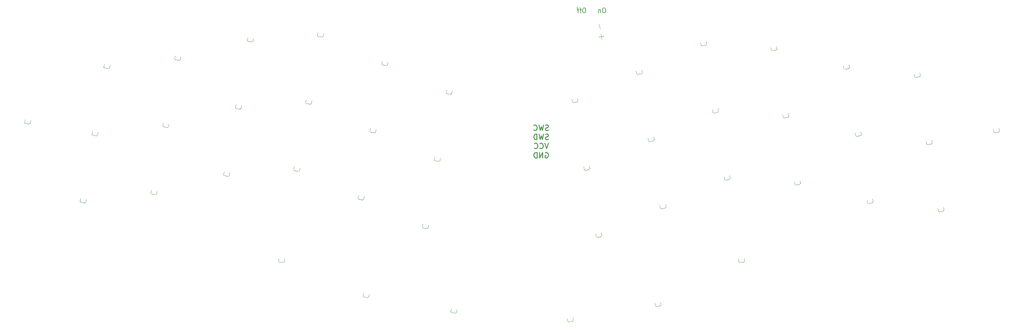
<source format=gbr>
%TF.GenerationSoftware,KiCad,Pcbnew,(6.0.2)*%
%TF.CreationDate,2022-04-05T05:22:49+08:00*%
%TF.ProjectId,TK44,544b3434-2e6b-4696-9361-645f70636258,rev?*%
%TF.SameCoordinates,Original*%
%TF.FileFunction,Legend,Bot*%
%TF.FilePolarity,Positive*%
%FSLAX46Y46*%
G04 Gerber Fmt 4.6, Leading zero omitted, Abs format (unit mm)*
G04 Created by KiCad (PCBNEW (6.0.2)) date 2022-04-05 05:22:49*
%MOMM*%
%LPD*%
G01*
G04 APERTURE LIST*
%ADD10C,0.250000*%
%ADD11C,0.200000*%
%ADD12C,0.120000*%
G04 APERTURE END LIST*
D10*
X210915714Y-153827142D02*
X210701428Y-153898571D01*
X210344285Y-153898571D01*
X210201428Y-153827142D01*
X210130000Y-153755714D01*
X210058571Y-153612857D01*
X210058571Y-153470000D01*
X210130000Y-153327142D01*
X210201428Y-153255714D01*
X210344285Y-153184285D01*
X210630000Y-153112857D01*
X210772857Y-153041428D01*
X210844285Y-152970000D01*
X210915714Y-152827142D01*
X210915714Y-152684285D01*
X210844285Y-152541428D01*
X210772857Y-152470000D01*
X210630000Y-152398571D01*
X210272857Y-152398571D01*
X210058571Y-152470000D01*
X209558571Y-152398571D02*
X209201428Y-153898571D01*
X208915714Y-152827142D01*
X208630000Y-153898571D01*
X208272857Y-152398571D01*
X207701428Y-153898571D02*
X207701428Y-152398571D01*
X207344285Y-152398571D01*
X207130000Y-152470000D01*
X206987142Y-152612857D01*
X206915714Y-152755714D01*
X206844285Y-153041428D01*
X206844285Y-153255714D01*
X206915714Y-153541428D01*
X206987142Y-153684285D01*
X207130000Y-153827142D01*
X207344285Y-153898571D01*
X207701428Y-153898571D01*
X210022857Y-157600000D02*
X210165714Y-157528571D01*
X210380000Y-157528571D01*
X210594285Y-157600000D01*
X210737142Y-157742857D01*
X210808571Y-157885714D01*
X210880000Y-158171428D01*
X210880000Y-158385714D01*
X210808571Y-158671428D01*
X210737142Y-158814285D01*
X210594285Y-158957142D01*
X210380000Y-159028571D01*
X210237142Y-159028571D01*
X210022857Y-158957142D01*
X209951428Y-158885714D01*
X209951428Y-158385714D01*
X210237142Y-158385714D01*
X209308571Y-159028571D02*
X209308571Y-157528571D01*
X208451428Y-159028571D01*
X208451428Y-157528571D01*
X207737142Y-159028571D02*
X207737142Y-157528571D01*
X207380000Y-157528571D01*
X207165714Y-157600000D01*
X207022857Y-157742857D01*
X206951428Y-157885714D01*
X206880000Y-158171428D01*
X206880000Y-158385714D01*
X206951428Y-158671428D01*
X207022857Y-158814285D01*
X207165714Y-158957142D01*
X207380000Y-159028571D01*
X207737142Y-159028571D01*
X210915714Y-151287142D02*
X210701428Y-151358571D01*
X210344285Y-151358571D01*
X210201428Y-151287142D01*
X210130000Y-151215714D01*
X210058571Y-151072857D01*
X210058571Y-150930000D01*
X210130000Y-150787142D01*
X210201428Y-150715714D01*
X210344285Y-150644285D01*
X210630000Y-150572857D01*
X210772857Y-150501428D01*
X210844285Y-150430000D01*
X210915714Y-150287142D01*
X210915714Y-150144285D01*
X210844285Y-150001428D01*
X210772857Y-149930000D01*
X210630000Y-149858571D01*
X210272857Y-149858571D01*
X210058571Y-149930000D01*
X209558571Y-149858571D02*
X209201428Y-151358571D01*
X208915714Y-150287142D01*
X208630000Y-151358571D01*
X208272857Y-149858571D01*
X206844285Y-151215714D02*
X206915714Y-151287142D01*
X207130000Y-151358571D01*
X207272857Y-151358571D01*
X207487142Y-151287142D01*
X207630000Y-151144285D01*
X207701428Y-151001428D01*
X207772857Y-150715714D01*
X207772857Y-150501428D01*
X207701428Y-150215714D01*
X207630000Y-150072857D01*
X207487142Y-149930000D01*
X207272857Y-149858571D01*
X207130000Y-149858571D01*
X206915714Y-149930000D01*
X206844285Y-150001428D01*
X210880000Y-154938571D02*
X210380000Y-156438571D01*
X209880000Y-154938571D01*
X208522857Y-156295714D02*
X208594285Y-156367142D01*
X208808571Y-156438571D01*
X208951428Y-156438571D01*
X209165714Y-156367142D01*
X209308571Y-156224285D01*
X209380000Y-156081428D01*
X209451428Y-155795714D01*
X209451428Y-155581428D01*
X209380000Y-155295714D01*
X209308571Y-155152857D01*
X209165714Y-155010000D01*
X208951428Y-154938571D01*
X208808571Y-154938571D01*
X208594285Y-155010000D01*
X208522857Y-155081428D01*
X207022857Y-156295714D02*
X207094285Y-156367142D01*
X207308571Y-156438571D01*
X207451428Y-156438571D01*
X207665714Y-156367142D01*
X207808571Y-156224285D01*
X207880000Y-156081428D01*
X207951428Y-155795714D01*
X207951428Y-155581428D01*
X207880000Y-155295714D01*
X207808571Y-155152857D01*
X207665714Y-155010000D01*
X207451428Y-154938571D01*
X207308571Y-154938571D01*
X207094285Y-155010000D01*
X207022857Y-155081428D01*
D11*
%TO.C,SW45*%
X221046666Y-117188095D02*
X220799047Y-117188095D01*
X220675238Y-117250000D01*
X220551428Y-117373809D01*
X220489523Y-117621428D01*
X220489523Y-118054761D01*
X220551428Y-118302380D01*
X220675238Y-118426190D01*
X220799047Y-118488095D01*
X221046666Y-118488095D01*
X221170476Y-118426190D01*
X221294285Y-118302380D01*
X221356190Y-118054761D01*
X221356190Y-117621428D01*
X221294285Y-117373809D01*
X221170476Y-117250000D01*
X221046666Y-117188095D01*
X220118095Y-117621428D02*
X219622857Y-117621428D01*
X219932380Y-118488095D02*
X219932380Y-117373809D01*
X219870476Y-117250000D01*
X219746666Y-117188095D01*
X219622857Y-117188095D01*
X219375238Y-117621428D02*
X218880000Y-117621428D01*
X219189523Y-118488095D02*
X219189523Y-117373809D01*
X219127619Y-117250000D01*
X219003809Y-117188095D01*
X218880000Y-117188095D01*
X226591904Y-117188095D02*
X226344285Y-117188095D01*
X226220476Y-117250000D01*
X226096666Y-117373809D01*
X226034761Y-117621428D01*
X226034761Y-118054761D01*
X226096666Y-118302380D01*
X226220476Y-118426190D01*
X226344285Y-118488095D01*
X226591904Y-118488095D01*
X226715714Y-118426190D01*
X226839523Y-118302380D01*
X226901428Y-118054761D01*
X226901428Y-117621428D01*
X226839523Y-117373809D01*
X226715714Y-117250000D01*
X226591904Y-117188095D01*
X225477619Y-117621428D02*
X225477619Y-118488095D01*
X225477619Y-117745238D02*
X225415714Y-117683333D01*
X225291904Y-117621428D01*
X225106190Y-117621428D01*
X224982380Y-117683333D01*
X224920476Y-117807142D01*
X224920476Y-118488095D01*
D12*
%TO.C,D5*%
X166022562Y-133063835D02*
X166157313Y-132299624D01*
X165728314Y-133269870D02*
X164652904Y-133080246D01*
X164446870Y-132785998D02*
X164581621Y-132021787D01*
X164446870Y-132785998D02*
G75*
G03*
X164652904Y-133080246I250141J-44107D01*
G01*
X165728314Y-133269870D02*
G75*
G03*
X166022562Y-133063835I44107J250141D01*
G01*
%TO.C,D25*%
X80306870Y-171145998D02*
X80441621Y-170381787D01*
X81588314Y-171629870D02*
X80512904Y-171440246D01*
X81882562Y-171423835D02*
X82017313Y-170659624D01*
X80306870Y-171145998D02*
G75*
G03*
X80512904Y-171440246I250141J-44107D01*
G01*
X81588314Y-171629870D02*
G75*
G03*
X81882562Y-171423835I44107J250141D01*
G01*
%TO.C,D32*%
X242147438Y-173043835D02*
X242012687Y-172279624D01*
X243517096Y-173060246D02*
X242441686Y-173249870D01*
X243723130Y-172765998D02*
X243588379Y-172001787D01*
X243517096Y-173060246D02*
G75*
G03*
X243723130Y-172765998I-44107J250141D01*
G01*
X242147438Y-173043835D02*
G75*
G03*
X242441686Y-173249870I250141J44106D01*
G01*
%TO.C,D7*%
X218947896Y-143396746D02*
X217872486Y-143586370D01*
X217578238Y-143380335D02*
X217443487Y-142616124D01*
X219153930Y-143102498D02*
X219019179Y-142338287D01*
X217578238Y-143380335D02*
G75*
G03*
X217872486Y-143586370I250141J44106D01*
G01*
X218947896Y-143396746D02*
G75*
G03*
X219153930Y-143102498I-44107J250141D01*
G01*
%TO.C,D28*%
X141178314Y-162799870D02*
X140102904Y-162610246D01*
X141472562Y-162593835D02*
X141607313Y-161829624D01*
X139896870Y-162315998D02*
X140031621Y-161551787D01*
X139896870Y-162315998D02*
G75*
G03*
X140102904Y-162610246I250141J-44107D01*
G01*
X141178314Y-162799870D02*
G75*
G03*
X141472562Y-162593835I44107J250141D01*
G01*
%TO.C,D21*%
X258343130Y-146015998D02*
X258208379Y-145251787D01*
X258137096Y-146310246D02*
X257061686Y-146499870D01*
X256767438Y-146293835D02*
X256632687Y-145529624D01*
X256767438Y-146293835D02*
G75*
G03*
X257061686Y-146499870I250141J44106D01*
G01*
X258137096Y-146310246D02*
G75*
G03*
X258343130Y-146015998I-44107J250141D01*
G01*
%TO.C,D8*%
X237103130Y-135245998D02*
X236968379Y-134481787D01*
X236897096Y-135540246D02*
X235821686Y-135729870D01*
X235527438Y-135523835D02*
X235392687Y-134759624D01*
X236897096Y-135540246D02*
G75*
G03*
X237103130Y-135245998I-44107J250141D01*
G01*
X235527438Y-135523835D02*
G75*
G03*
X235821686Y-135729870I250141J44106D01*
G01*
%TO.C,D6*%
X183952562Y-141063835D02*
X184087313Y-140299624D01*
X182376870Y-140785998D02*
X182511621Y-140021787D01*
X183658314Y-141269870D02*
X182582904Y-141080246D01*
X183658314Y-141269870D02*
G75*
G03*
X183952562Y-141063835I44107J250141D01*
G01*
X182376870Y-140785998D02*
G75*
G03*
X182582904Y-141080246I250141J-44107D01*
G01*
%TO.C,D14*%
X103366870Y-150065998D02*
X103501621Y-149301787D01*
X104942562Y-150343835D02*
X105077313Y-149579624D01*
X104648314Y-150549870D02*
X103572904Y-150360246D01*
X103366870Y-150065998D02*
G75*
G03*
X103572904Y-150360246I250141J-44107D01*
G01*
X104648314Y-150549870D02*
G75*
G03*
X104942562Y-150343835I44107J250141D01*
G01*
%TO.C,D4*%
X147788314Y-125279870D02*
X146712904Y-125090246D01*
X146506870Y-124795998D02*
X146641621Y-124031787D01*
X148082562Y-125073835D02*
X148217313Y-124309624D01*
X147788314Y-125279870D02*
G75*
G03*
X148082562Y-125073835I44107J250141D01*
G01*
X146506870Y-124795998D02*
G75*
G03*
X146712904Y-125090246I250141J-44107D01*
G01*
%TO.C,D23*%
X296607438Y-152803835D02*
X296472687Y-152039624D01*
X298183130Y-152525998D02*
X298048379Y-151761787D01*
X297977096Y-152820246D02*
X296901686Y-153009870D01*
X296607438Y-152803835D02*
G75*
G03*
X296901686Y-153009870I250141J44106D01*
G01*
X297977096Y-152820246D02*
G75*
G03*
X298183130Y-152525998I-44107J250141D01*
G01*
%TO.C,D37*%
X64856870Y-149075998D02*
X64991621Y-148311787D01*
X66432562Y-149353835D02*
X66567313Y-148589624D01*
X66138314Y-149559870D02*
X65062904Y-149370246D01*
X64856870Y-149075998D02*
G75*
G03*
X65062904Y-149370246I250141J-44107D01*
G01*
X66138314Y-149559870D02*
G75*
G03*
X66432562Y-149353835I44107J250141D01*
G01*
%TO.C,D18*%
X180642562Y-159823835D02*
X180777313Y-159059624D01*
X179066870Y-159545998D02*
X179201621Y-158781787D01*
X180348314Y-160029870D02*
X179272904Y-159840246D01*
X179066870Y-159545998D02*
G75*
G03*
X179272904Y-159840246I250141J-44107D01*
G01*
X180348314Y-160029870D02*
G75*
G03*
X180642562Y-159823835I44107J250141D01*
G01*
%TO.C,D3*%
X126926870Y-126165998D02*
X127061621Y-125401787D01*
X128502562Y-126443835D02*
X128637313Y-125679624D01*
X128208314Y-126649870D02*
X127132904Y-126460246D01*
X126926870Y-126165998D02*
G75*
G03*
X127132904Y-126460246I250141J-44107D01*
G01*
X128208314Y-126649870D02*
G75*
G03*
X128502562Y-126443835I44107J250141D01*
G01*
%TO.C,D43*%
X265570000Y-187956000D02*
X265570000Y-187180000D01*
X263970000Y-187956000D02*
X263970000Y-187180000D01*
X265316000Y-188210000D02*
X264224000Y-188210000D01*
X265316000Y-188210000D02*
G75*
G03*
X265570000Y-187956000I0J254000D01*
G01*
X263970000Y-187956000D02*
G75*
G03*
X264224000Y-188210000I254000J0D01*
G01*
%TO.C,D2*%
X106676870Y-131305998D02*
X106811621Y-130541787D01*
X108252562Y-131583835D02*
X108387313Y-130819624D01*
X107958314Y-131789870D02*
X106882904Y-131600246D01*
X107958314Y-131789870D02*
G75*
G03*
X108252562Y-131583835I44107J250141D01*
G01*
X106676870Y-131305998D02*
G75*
G03*
X106882904Y-131600246I250141J-44107D01*
G01*
%TO.C,D12*%
X314427096Y-136380246D02*
X313351686Y-136569870D01*
X313057438Y-136363835D02*
X312922687Y-135599624D01*
X314633130Y-136085998D02*
X314498379Y-135321787D01*
X314427096Y-136380246D02*
G75*
G03*
X314633130Y-136085998I-44107J250141D01*
G01*
X313057438Y-136363835D02*
G75*
G03*
X313351686Y-136569870I250141J44106D01*
G01*
%TO.C,D38*%
X135760000Y-187956000D02*
X135760000Y-187180000D01*
X137106000Y-188210000D02*
X136014000Y-188210000D01*
X137360000Y-187956000D02*
X137360000Y-187180000D01*
X135760000Y-187956000D02*
G75*
G03*
X136014000Y-188210000I254000J0D01*
G01*
X137106000Y-188210000D02*
G75*
G03*
X137360000Y-187956000I0J254000D01*
G01*
%TO.C,D22*%
X276367438Y-147673835D02*
X276232687Y-146909624D01*
X277737096Y-147690246D02*
X276661686Y-147879870D01*
X277943130Y-147395998D02*
X277808379Y-146631787D01*
X277737096Y-147690246D02*
G75*
G03*
X277943130Y-147395998I-44107J250141D01*
G01*
X276367438Y-147673835D02*
G75*
G03*
X276661686Y-147879870I250141J44106D01*
G01*
%TO.C,J1*%
X225343179Y-123102632D02*
X225082707Y-121625420D01*
X225834603Y-125889638D02*
X225574131Y-124412426D01*
X226442973Y-125020796D02*
X224965761Y-125281268D01*
%TO.C,D26*%
X101632562Y-169103835D02*
X101767313Y-168339624D01*
X101338314Y-169309870D02*
X100262904Y-169120246D01*
X100056870Y-168825998D02*
X100191621Y-168061787D01*
X100056870Y-168825998D02*
G75*
G03*
X100262904Y-169120246I250141J-44107D01*
G01*
X101338314Y-169309870D02*
G75*
G03*
X101632562Y-169103835I44107J250141D01*
G01*
%TO.C,D36*%
X319677438Y-173883835D02*
X319542687Y-173119624D01*
X321253130Y-173605998D02*
X321118379Y-172841787D01*
X321047096Y-173900246D02*
X319971686Y-174089870D01*
X321047096Y-173900246D02*
G75*
G03*
X321253130Y-173605998I-44107J250141D01*
G01*
X319677438Y-173883835D02*
G75*
G03*
X319971686Y-174089870I250141J44106D01*
G01*
%TO.C,D27*%
X121882562Y-163973835D02*
X122017313Y-163209624D01*
X120306870Y-163695998D02*
X120441621Y-162931787D01*
X121588314Y-164179870D02*
X120512904Y-163990246D01*
X120306870Y-163695998D02*
G75*
G03*
X120512904Y-163990246I250141J-44107D01*
G01*
X121588314Y-164179870D02*
G75*
G03*
X121882562Y-163973835I44107J250141D01*
G01*
%TO.C,D20*%
X240207096Y-154300246D02*
X239131686Y-154489870D01*
X238837438Y-154283835D02*
X238702687Y-153519624D01*
X240413130Y-154005998D02*
X240278379Y-153241787D01*
X240207096Y-154300246D02*
G75*
G03*
X240413130Y-154005998I-44107J250141D01*
G01*
X238837438Y-154283835D02*
G75*
G03*
X239131686Y-154489870I250141J44106D01*
G01*
%TO.C,D16*%
X143206870Y-143555998D02*
X143341621Y-142791787D01*
X144782562Y-143833835D02*
X144917313Y-143069624D01*
X144488314Y-144039870D02*
X143412904Y-143850246D01*
X144488314Y-144039870D02*
G75*
G03*
X144782562Y-143833835I44107J250141D01*
G01*
X143206870Y-143555998D02*
G75*
G03*
X143412904Y-143850246I250141J-44107D01*
G01*
%TO.C,D11*%
X294873130Y-133765998D02*
X294738379Y-133001787D01*
X293297438Y-134043835D02*
X293162687Y-133279624D01*
X294667096Y-134060246D02*
X293591686Y-134249870D01*
X294667096Y-134060246D02*
G75*
G03*
X294873130Y-133765998I-44107J250141D01*
G01*
X293297438Y-134043835D02*
G75*
G03*
X293591686Y-134249870I250141J44106D01*
G01*
%TO.C,D31*%
X224217438Y-181043835D02*
X224082687Y-180279624D01*
X225793130Y-180765998D02*
X225658379Y-180001787D01*
X225587096Y-181060246D02*
X224511686Y-181249870D01*
X225587096Y-181060246D02*
G75*
G03*
X225793130Y-180765998I-44107J250141D01*
G01*
X224217438Y-181043835D02*
G75*
G03*
X224511686Y-181249870I250141J44106D01*
G01*
%TO.C,D35*%
X301493130Y-171285998D02*
X301358379Y-170521787D01*
X301287096Y-171580246D02*
X300211686Y-171769870D01*
X299917438Y-171563835D02*
X299782687Y-170799624D01*
X301287096Y-171580246D02*
G75*
G03*
X301493130Y-171285998I-44107J250141D01*
G01*
X299917438Y-171563835D02*
G75*
G03*
X300211686Y-171769870I250141J44106D01*
G01*
%TO.C,D9*%
X253467438Y-127523835D02*
X253332687Y-126759624D01*
X254837096Y-127540246D02*
X253761686Y-127729870D01*
X255043130Y-127245998D02*
X254908379Y-126481787D01*
X253467438Y-127523835D02*
G75*
G03*
X253761686Y-127729870I250141J44106D01*
G01*
X254837096Y-127540246D02*
G75*
G03*
X255043130Y-127245998I-44107J250141D01*
G01*
%TO.C,D44*%
X336703130Y-151535998D02*
X336568379Y-150771787D01*
X336497096Y-151830246D02*
X335421686Y-152019870D01*
X335127438Y-151813835D02*
X334992687Y-151049624D01*
X336497096Y-151830246D02*
G75*
G03*
X336703130Y-151535998I-44107J250141D01*
G01*
X335127438Y-151813835D02*
G75*
G03*
X335421686Y-152019870I250141J44106D01*
G01*
%TO.C,D40*%
X185262562Y-202223835D02*
X185397313Y-201459624D01*
X183686870Y-201945998D02*
X183821621Y-201181787D01*
X184968314Y-202429870D02*
X183892904Y-202240246D01*
X183686870Y-201945998D02*
G75*
G03*
X183892904Y-202240246I250141J-44107D01*
G01*
X184968314Y-202429870D02*
G75*
G03*
X185262562Y-202223835I44107J250141D01*
G01*
%TO.C,D34*%
X281037096Y-166440246D02*
X279961686Y-166629870D01*
X279667438Y-166423835D02*
X279532687Y-165659624D01*
X281243130Y-166145998D02*
X281108379Y-165381787D01*
X281037096Y-166440246D02*
G75*
G03*
X281243130Y-166145998I-44107J250141D01*
G01*
X279667438Y-166423835D02*
G75*
G03*
X279961686Y-166629870I250141J44106D01*
G01*
%TO.C,D1*%
X88208314Y-134109870D02*
X87132904Y-133920246D01*
X86926870Y-133625998D02*
X87061621Y-132861787D01*
X88502562Y-133903835D02*
X88637313Y-133139624D01*
X88208314Y-134109870D02*
G75*
G03*
X88502562Y-133903835I44107J250141D01*
G01*
X86926870Y-133625998D02*
G75*
G03*
X87132904Y-133920246I250141J-44107D01*
G01*
%TO.C,D39*%
X160488314Y-198109870D02*
X159412904Y-197920246D01*
X160782562Y-197903835D02*
X160917313Y-197139624D01*
X159206870Y-197625998D02*
X159341621Y-196861787D01*
X159206870Y-197625998D02*
G75*
G03*
X159412904Y-197920246I250141J-44107D01*
G01*
X160488314Y-198109870D02*
G75*
G03*
X160782562Y-197903835I44107J250141D01*
G01*
%TO.C,D42*%
X240777438Y-200373835D02*
X240642687Y-199609624D01*
X242147096Y-200390246D02*
X241071686Y-200579870D01*
X242353130Y-200095998D02*
X242218379Y-199331787D01*
X240777438Y-200373835D02*
G75*
G03*
X241071686Y-200579870I250141J44106D01*
G01*
X242147096Y-200390246D02*
G75*
G03*
X242353130Y-200095998I-44107J250141D01*
G01*
%TO.C,D17*%
X162418314Y-152029870D02*
X161342904Y-151840246D01*
X162712562Y-151823835D02*
X162847313Y-151059624D01*
X161136870Y-151545998D02*
X161271621Y-150781787D01*
X162418314Y-152029870D02*
G75*
G03*
X162712562Y-151823835I44107J250141D01*
G01*
X161136870Y-151545998D02*
G75*
G03*
X161342904Y-151840246I250141J-44107D01*
G01*
%TO.C,D15*%
X125192562Y-145213835D02*
X125327313Y-144449624D01*
X124898314Y-145419870D02*
X123822904Y-145230246D01*
X123616870Y-144935998D02*
X123751621Y-144171787D01*
X123616870Y-144935998D02*
G75*
G03*
X123822904Y-145230246I250141J-44107D01*
G01*
X124898314Y-145419870D02*
G75*
G03*
X125192562Y-145213835I44107J250141D01*
G01*
%TO.C,D33*%
X261653130Y-164765998D02*
X261518379Y-164001787D01*
X260077438Y-165043835D02*
X259942687Y-164279624D01*
X261447096Y-165060246D02*
X260371686Y-165249870D01*
X260077438Y-165043835D02*
G75*
G03*
X260371686Y-165249870I250141J44106D01*
G01*
X261447096Y-165060246D02*
G75*
G03*
X261653130Y-164765998I-44107J250141D01*
G01*
%TO.C,D24*%
X317933130Y-154845998D02*
X317798379Y-154081787D01*
X316357438Y-155123835D02*
X316222687Y-154359624D01*
X317727096Y-155140246D02*
X316651686Y-155329870D01*
X316357438Y-155123835D02*
G75*
G03*
X316651686Y-155329870I250141J44106D01*
G01*
X317727096Y-155140246D02*
G75*
G03*
X317933130Y-154845998I-44107J250141D01*
G01*
%TO.C,D13*%
X85192562Y-152663835D02*
X85327313Y-151899624D01*
X83616870Y-152385998D02*
X83751621Y-151621787D01*
X84898314Y-152869870D02*
X83822904Y-152680246D01*
X83616870Y-152385998D02*
G75*
G03*
X83822904Y-152680246I250141J-44107D01*
G01*
X84898314Y-152869870D02*
G75*
G03*
X85192562Y-152663835I44107J250141D01*
G01*
%TO.C,D10*%
X274623130Y-128635998D02*
X274488379Y-127871787D01*
X273047438Y-128913835D02*
X272912687Y-128149624D01*
X274417096Y-128930246D02*
X273341686Y-129119870D01*
X273047438Y-128913835D02*
G75*
G03*
X273341686Y-129119870I250141J44106D01*
G01*
X274417096Y-128930246D02*
G75*
G03*
X274623130Y-128635998I-44107J250141D01*
G01*
%TO.C,D19*%
X220907438Y-162283835D02*
X220772687Y-161519624D01*
X222483130Y-162005998D02*
X222348379Y-161241787D01*
X222277096Y-162300246D02*
X221201686Y-162489870D01*
X222277096Y-162300246D02*
G75*
G03*
X222483130Y-162005998I-44107J250141D01*
G01*
X220907438Y-162283835D02*
G75*
G03*
X221201686Y-162489870I250141J44106D01*
G01*
%TO.C,D41*%
X217873130Y-204405998D02*
X217738379Y-203641787D01*
X217667096Y-204700246D02*
X216591686Y-204889870D01*
X216297438Y-204683835D02*
X216162687Y-203919624D01*
X217667096Y-204700246D02*
G75*
G03*
X217873130Y-204405998I-44107J250141D01*
G01*
X216297438Y-204683835D02*
G75*
G03*
X216591686Y-204889870I250141J44106D01*
G01*
%TO.C,D30*%
X175766870Y-178305998D02*
X175901621Y-177541787D01*
X177342562Y-178583835D02*
X177477313Y-177819624D01*
X177048314Y-178789870D02*
X175972904Y-178600246D01*
X177048314Y-178789870D02*
G75*
G03*
X177342562Y-178583835I44107J250141D01*
G01*
X175766870Y-178305998D02*
G75*
G03*
X175972904Y-178600246I250141J-44107D01*
G01*
%TO.C,D29*%
X159108314Y-170789870D02*
X158032904Y-170600246D01*
X157826870Y-170305998D02*
X157961621Y-169541787D01*
X159402562Y-170583835D02*
X159537313Y-169819624D01*
X157826870Y-170305998D02*
G75*
G03*
X158032904Y-170600246I250141J-44107D01*
G01*
X159108314Y-170789870D02*
G75*
G03*
X159402562Y-170583835I44107J250141D01*
G01*
%TD*%
M02*

</source>
